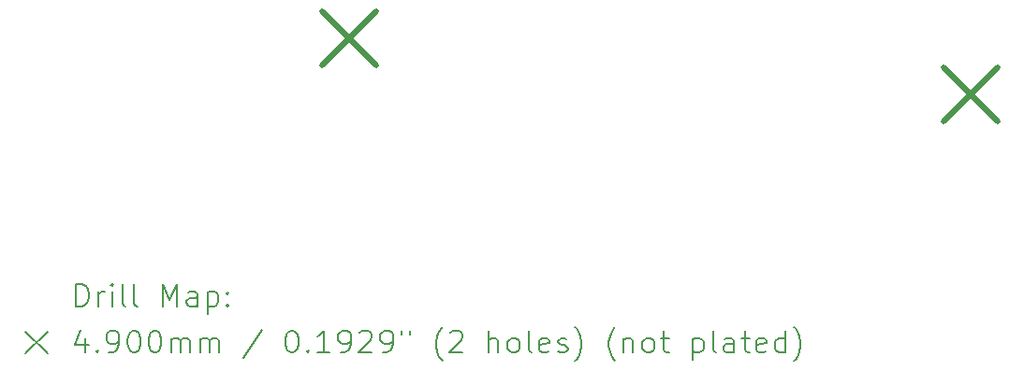
<source format=gbr>
%TF.GenerationSoftware,KiCad,Pcbnew,(6.0.9)*%
%TF.CreationDate,2023-05-01T17:43:59+02:00*%
%TF.ProjectId,05_Cartucho_MSX_Tang_Nano_9k_Mapper,30355f43-6172-4747-9563-686f5f4d5358,rev?*%
%TF.SameCoordinates,Original*%
%TF.FileFunction,Drillmap*%
%TF.FilePolarity,Positive*%
%FSLAX45Y45*%
G04 Gerber Fmt 4.5, Leading zero omitted, Abs format (unit mm)*
G04 Created by KiCad (PCBNEW (6.0.9)) date 2023-05-01 17:43:59*
%MOMM*%
%LPD*%
G01*
G04 APERTURE LIST*
%ADD10C,0.200000*%
%ADD11C,0.490000*%
G04 APERTURE END LIST*
D10*
D11*
X8121000Y-12001500D02*
X8611000Y-12491500D01*
X8611000Y-12001500D02*
X8121000Y-12491500D01*
X13741000Y-12511500D02*
X14231000Y-13001500D01*
X14231000Y-12511500D02*
X13741000Y-13001500D01*
D10*
X5896419Y-14674176D02*
X5896419Y-14474176D01*
X5944038Y-14474176D01*
X5972609Y-14483700D01*
X5991657Y-14502748D01*
X6001181Y-14521795D01*
X6010705Y-14559890D01*
X6010705Y-14588462D01*
X6001181Y-14626557D01*
X5991657Y-14645605D01*
X5972609Y-14664652D01*
X5944038Y-14674176D01*
X5896419Y-14674176D01*
X6096419Y-14674176D02*
X6096419Y-14540843D01*
X6096419Y-14578938D02*
X6105943Y-14559890D01*
X6115467Y-14550367D01*
X6134514Y-14540843D01*
X6153562Y-14540843D01*
X6220228Y-14674176D02*
X6220228Y-14540843D01*
X6220228Y-14474176D02*
X6210705Y-14483700D01*
X6220228Y-14493224D01*
X6229752Y-14483700D01*
X6220228Y-14474176D01*
X6220228Y-14493224D01*
X6344038Y-14674176D02*
X6324990Y-14664652D01*
X6315467Y-14645605D01*
X6315467Y-14474176D01*
X6448800Y-14674176D02*
X6429752Y-14664652D01*
X6420228Y-14645605D01*
X6420228Y-14474176D01*
X6677371Y-14674176D02*
X6677371Y-14474176D01*
X6744038Y-14617033D01*
X6810705Y-14474176D01*
X6810705Y-14674176D01*
X6991657Y-14674176D02*
X6991657Y-14569414D01*
X6982133Y-14550367D01*
X6963086Y-14540843D01*
X6924990Y-14540843D01*
X6905943Y-14550367D01*
X6991657Y-14664652D02*
X6972609Y-14674176D01*
X6924990Y-14674176D01*
X6905943Y-14664652D01*
X6896419Y-14645605D01*
X6896419Y-14626557D01*
X6905943Y-14607509D01*
X6924990Y-14597986D01*
X6972609Y-14597986D01*
X6991657Y-14588462D01*
X7086895Y-14540843D02*
X7086895Y-14740843D01*
X7086895Y-14550367D02*
X7105943Y-14540843D01*
X7144038Y-14540843D01*
X7163086Y-14550367D01*
X7172609Y-14559890D01*
X7182133Y-14578938D01*
X7182133Y-14636081D01*
X7172609Y-14655128D01*
X7163086Y-14664652D01*
X7144038Y-14674176D01*
X7105943Y-14674176D01*
X7086895Y-14664652D01*
X7267848Y-14655128D02*
X7277371Y-14664652D01*
X7267848Y-14674176D01*
X7258324Y-14664652D01*
X7267848Y-14655128D01*
X7267848Y-14674176D01*
X7267848Y-14550367D02*
X7277371Y-14559890D01*
X7267848Y-14569414D01*
X7258324Y-14559890D01*
X7267848Y-14550367D01*
X7267848Y-14569414D01*
X5438800Y-14903700D02*
X5638800Y-15103700D01*
X5638800Y-14903700D02*
X5438800Y-15103700D01*
X5982133Y-14960843D02*
X5982133Y-15094176D01*
X5934514Y-14884652D02*
X5886895Y-15027509D01*
X6010705Y-15027509D01*
X6086895Y-15075128D02*
X6096419Y-15084652D01*
X6086895Y-15094176D01*
X6077371Y-15084652D01*
X6086895Y-15075128D01*
X6086895Y-15094176D01*
X6191657Y-15094176D02*
X6229752Y-15094176D01*
X6248800Y-15084652D01*
X6258324Y-15075128D01*
X6277371Y-15046557D01*
X6286895Y-15008462D01*
X6286895Y-14932271D01*
X6277371Y-14913224D01*
X6267848Y-14903700D01*
X6248800Y-14894176D01*
X6210705Y-14894176D01*
X6191657Y-14903700D01*
X6182133Y-14913224D01*
X6172609Y-14932271D01*
X6172609Y-14979890D01*
X6182133Y-14998938D01*
X6191657Y-15008462D01*
X6210705Y-15017986D01*
X6248800Y-15017986D01*
X6267848Y-15008462D01*
X6277371Y-14998938D01*
X6286895Y-14979890D01*
X6410705Y-14894176D02*
X6429752Y-14894176D01*
X6448800Y-14903700D01*
X6458324Y-14913224D01*
X6467848Y-14932271D01*
X6477371Y-14970367D01*
X6477371Y-15017986D01*
X6467848Y-15056081D01*
X6458324Y-15075128D01*
X6448800Y-15084652D01*
X6429752Y-15094176D01*
X6410705Y-15094176D01*
X6391657Y-15084652D01*
X6382133Y-15075128D01*
X6372609Y-15056081D01*
X6363086Y-15017986D01*
X6363086Y-14970367D01*
X6372609Y-14932271D01*
X6382133Y-14913224D01*
X6391657Y-14903700D01*
X6410705Y-14894176D01*
X6601181Y-14894176D02*
X6620228Y-14894176D01*
X6639276Y-14903700D01*
X6648800Y-14913224D01*
X6658324Y-14932271D01*
X6667848Y-14970367D01*
X6667848Y-15017986D01*
X6658324Y-15056081D01*
X6648800Y-15075128D01*
X6639276Y-15084652D01*
X6620228Y-15094176D01*
X6601181Y-15094176D01*
X6582133Y-15084652D01*
X6572609Y-15075128D01*
X6563086Y-15056081D01*
X6553562Y-15017986D01*
X6553562Y-14970367D01*
X6563086Y-14932271D01*
X6572609Y-14913224D01*
X6582133Y-14903700D01*
X6601181Y-14894176D01*
X6753562Y-15094176D02*
X6753562Y-14960843D01*
X6753562Y-14979890D02*
X6763086Y-14970367D01*
X6782133Y-14960843D01*
X6810705Y-14960843D01*
X6829752Y-14970367D01*
X6839276Y-14989414D01*
X6839276Y-15094176D01*
X6839276Y-14989414D02*
X6848800Y-14970367D01*
X6867848Y-14960843D01*
X6896419Y-14960843D01*
X6915467Y-14970367D01*
X6924990Y-14989414D01*
X6924990Y-15094176D01*
X7020228Y-15094176D02*
X7020228Y-14960843D01*
X7020228Y-14979890D02*
X7029752Y-14970367D01*
X7048800Y-14960843D01*
X7077371Y-14960843D01*
X7096419Y-14970367D01*
X7105943Y-14989414D01*
X7105943Y-15094176D01*
X7105943Y-14989414D02*
X7115467Y-14970367D01*
X7134514Y-14960843D01*
X7163086Y-14960843D01*
X7182133Y-14970367D01*
X7191657Y-14989414D01*
X7191657Y-15094176D01*
X7582133Y-14884652D02*
X7410705Y-15141795D01*
X7839276Y-14894176D02*
X7858324Y-14894176D01*
X7877371Y-14903700D01*
X7886895Y-14913224D01*
X7896419Y-14932271D01*
X7905943Y-14970367D01*
X7905943Y-15017986D01*
X7896419Y-15056081D01*
X7886895Y-15075128D01*
X7877371Y-15084652D01*
X7858324Y-15094176D01*
X7839276Y-15094176D01*
X7820228Y-15084652D01*
X7810705Y-15075128D01*
X7801181Y-15056081D01*
X7791657Y-15017986D01*
X7791657Y-14970367D01*
X7801181Y-14932271D01*
X7810705Y-14913224D01*
X7820228Y-14903700D01*
X7839276Y-14894176D01*
X7991657Y-15075128D02*
X8001181Y-15084652D01*
X7991657Y-15094176D01*
X7982133Y-15084652D01*
X7991657Y-15075128D01*
X7991657Y-15094176D01*
X8191657Y-15094176D02*
X8077371Y-15094176D01*
X8134514Y-15094176D02*
X8134514Y-14894176D01*
X8115467Y-14922748D01*
X8096419Y-14941795D01*
X8077371Y-14951319D01*
X8286895Y-15094176D02*
X8324990Y-15094176D01*
X8344038Y-15084652D01*
X8353562Y-15075128D01*
X8372609Y-15046557D01*
X8382133Y-15008462D01*
X8382133Y-14932271D01*
X8372609Y-14913224D01*
X8363086Y-14903700D01*
X8344038Y-14894176D01*
X8305943Y-14894176D01*
X8286895Y-14903700D01*
X8277371Y-14913224D01*
X8267848Y-14932271D01*
X8267848Y-14979890D01*
X8277371Y-14998938D01*
X8286895Y-15008462D01*
X8305943Y-15017986D01*
X8344038Y-15017986D01*
X8363086Y-15008462D01*
X8372609Y-14998938D01*
X8382133Y-14979890D01*
X8458324Y-14913224D02*
X8467848Y-14903700D01*
X8486895Y-14894176D01*
X8534514Y-14894176D01*
X8553562Y-14903700D01*
X8563086Y-14913224D01*
X8572610Y-14932271D01*
X8572610Y-14951319D01*
X8563086Y-14979890D01*
X8448800Y-15094176D01*
X8572610Y-15094176D01*
X8667848Y-15094176D02*
X8705943Y-15094176D01*
X8724990Y-15084652D01*
X8734514Y-15075128D01*
X8753562Y-15046557D01*
X8763086Y-15008462D01*
X8763086Y-14932271D01*
X8753562Y-14913224D01*
X8744038Y-14903700D01*
X8724990Y-14894176D01*
X8686895Y-14894176D01*
X8667848Y-14903700D01*
X8658324Y-14913224D01*
X8648800Y-14932271D01*
X8648800Y-14979890D01*
X8658324Y-14998938D01*
X8667848Y-15008462D01*
X8686895Y-15017986D01*
X8724990Y-15017986D01*
X8744038Y-15008462D01*
X8753562Y-14998938D01*
X8763086Y-14979890D01*
X8839276Y-14894176D02*
X8839276Y-14932271D01*
X8915467Y-14894176D02*
X8915467Y-14932271D01*
X9210705Y-15170367D02*
X9201181Y-15160843D01*
X9182133Y-15132271D01*
X9172610Y-15113224D01*
X9163086Y-15084652D01*
X9153562Y-15037033D01*
X9153562Y-14998938D01*
X9163086Y-14951319D01*
X9172610Y-14922748D01*
X9182133Y-14903700D01*
X9201181Y-14875128D01*
X9210705Y-14865605D01*
X9277371Y-14913224D02*
X9286895Y-14903700D01*
X9305943Y-14894176D01*
X9353562Y-14894176D01*
X9372610Y-14903700D01*
X9382133Y-14913224D01*
X9391657Y-14932271D01*
X9391657Y-14951319D01*
X9382133Y-14979890D01*
X9267848Y-15094176D01*
X9391657Y-15094176D01*
X9629752Y-15094176D02*
X9629752Y-14894176D01*
X9715467Y-15094176D02*
X9715467Y-14989414D01*
X9705943Y-14970367D01*
X9686895Y-14960843D01*
X9658324Y-14960843D01*
X9639276Y-14970367D01*
X9629752Y-14979890D01*
X9839276Y-15094176D02*
X9820229Y-15084652D01*
X9810705Y-15075128D01*
X9801181Y-15056081D01*
X9801181Y-14998938D01*
X9810705Y-14979890D01*
X9820229Y-14970367D01*
X9839276Y-14960843D01*
X9867848Y-14960843D01*
X9886895Y-14970367D01*
X9896419Y-14979890D01*
X9905943Y-14998938D01*
X9905943Y-15056081D01*
X9896419Y-15075128D01*
X9886895Y-15084652D01*
X9867848Y-15094176D01*
X9839276Y-15094176D01*
X10020229Y-15094176D02*
X10001181Y-15084652D01*
X9991657Y-15065605D01*
X9991657Y-14894176D01*
X10172610Y-15084652D02*
X10153562Y-15094176D01*
X10115467Y-15094176D01*
X10096419Y-15084652D01*
X10086895Y-15065605D01*
X10086895Y-14989414D01*
X10096419Y-14970367D01*
X10115467Y-14960843D01*
X10153562Y-14960843D01*
X10172610Y-14970367D01*
X10182133Y-14989414D01*
X10182133Y-15008462D01*
X10086895Y-15027509D01*
X10258324Y-15084652D02*
X10277371Y-15094176D01*
X10315467Y-15094176D01*
X10334514Y-15084652D01*
X10344038Y-15065605D01*
X10344038Y-15056081D01*
X10334514Y-15037033D01*
X10315467Y-15027509D01*
X10286895Y-15027509D01*
X10267848Y-15017986D01*
X10258324Y-14998938D01*
X10258324Y-14989414D01*
X10267848Y-14970367D01*
X10286895Y-14960843D01*
X10315467Y-14960843D01*
X10334514Y-14970367D01*
X10410705Y-15170367D02*
X10420229Y-15160843D01*
X10439276Y-15132271D01*
X10448800Y-15113224D01*
X10458324Y-15084652D01*
X10467848Y-15037033D01*
X10467848Y-14998938D01*
X10458324Y-14951319D01*
X10448800Y-14922748D01*
X10439276Y-14903700D01*
X10420229Y-14875128D01*
X10410705Y-14865605D01*
X10772610Y-15170367D02*
X10763086Y-15160843D01*
X10744038Y-15132271D01*
X10734514Y-15113224D01*
X10724990Y-15084652D01*
X10715467Y-15037033D01*
X10715467Y-14998938D01*
X10724990Y-14951319D01*
X10734514Y-14922748D01*
X10744038Y-14903700D01*
X10763086Y-14875128D01*
X10772610Y-14865605D01*
X10848800Y-14960843D02*
X10848800Y-15094176D01*
X10848800Y-14979890D02*
X10858324Y-14970367D01*
X10877371Y-14960843D01*
X10905943Y-14960843D01*
X10924990Y-14970367D01*
X10934514Y-14989414D01*
X10934514Y-15094176D01*
X11058324Y-15094176D02*
X11039276Y-15084652D01*
X11029752Y-15075128D01*
X11020229Y-15056081D01*
X11020229Y-14998938D01*
X11029752Y-14979890D01*
X11039276Y-14970367D01*
X11058324Y-14960843D01*
X11086895Y-14960843D01*
X11105943Y-14970367D01*
X11115467Y-14979890D01*
X11124990Y-14998938D01*
X11124990Y-15056081D01*
X11115467Y-15075128D01*
X11105943Y-15084652D01*
X11086895Y-15094176D01*
X11058324Y-15094176D01*
X11182133Y-14960843D02*
X11258324Y-14960843D01*
X11210705Y-14894176D02*
X11210705Y-15065605D01*
X11220228Y-15084652D01*
X11239276Y-15094176D01*
X11258324Y-15094176D01*
X11477371Y-14960843D02*
X11477371Y-15160843D01*
X11477371Y-14970367D02*
X11496419Y-14960843D01*
X11534514Y-14960843D01*
X11553562Y-14970367D01*
X11563086Y-14979890D01*
X11572609Y-14998938D01*
X11572609Y-15056081D01*
X11563086Y-15075128D01*
X11553562Y-15084652D01*
X11534514Y-15094176D01*
X11496419Y-15094176D01*
X11477371Y-15084652D01*
X11686895Y-15094176D02*
X11667848Y-15084652D01*
X11658324Y-15065605D01*
X11658324Y-14894176D01*
X11848800Y-15094176D02*
X11848800Y-14989414D01*
X11839276Y-14970367D01*
X11820228Y-14960843D01*
X11782133Y-14960843D01*
X11763086Y-14970367D01*
X11848800Y-15084652D02*
X11829752Y-15094176D01*
X11782133Y-15094176D01*
X11763086Y-15084652D01*
X11753562Y-15065605D01*
X11753562Y-15046557D01*
X11763086Y-15027509D01*
X11782133Y-15017986D01*
X11829752Y-15017986D01*
X11848800Y-15008462D01*
X11915467Y-14960843D02*
X11991657Y-14960843D01*
X11944038Y-14894176D02*
X11944038Y-15065605D01*
X11953562Y-15084652D01*
X11972609Y-15094176D01*
X11991657Y-15094176D01*
X12134514Y-15084652D02*
X12115467Y-15094176D01*
X12077371Y-15094176D01*
X12058324Y-15084652D01*
X12048800Y-15065605D01*
X12048800Y-14989414D01*
X12058324Y-14970367D01*
X12077371Y-14960843D01*
X12115467Y-14960843D01*
X12134514Y-14970367D01*
X12144038Y-14989414D01*
X12144038Y-15008462D01*
X12048800Y-15027509D01*
X12315467Y-15094176D02*
X12315467Y-14894176D01*
X12315467Y-15084652D02*
X12296419Y-15094176D01*
X12258324Y-15094176D01*
X12239276Y-15084652D01*
X12229752Y-15075128D01*
X12220228Y-15056081D01*
X12220228Y-14998938D01*
X12229752Y-14979890D01*
X12239276Y-14970367D01*
X12258324Y-14960843D01*
X12296419Y-14960843D01*
X12315467Y-14970367D01*
X12391657Y-15170367D02*
X12401181Y-15160843D01*
X12420228Y-15132271D01*
X12429752Y-15113224D01*
X12439276Y-15084652D01*
X12448800Y-15037033D01*
X12448800Y-14998938D01*
X12439276Y-14951319D01*
X12429752Y-14922748D01*
X12420228Y-14903700D01*
X12401181Y-14875128D01*
X12391657Y-14865605D01*
M02*

</source>
